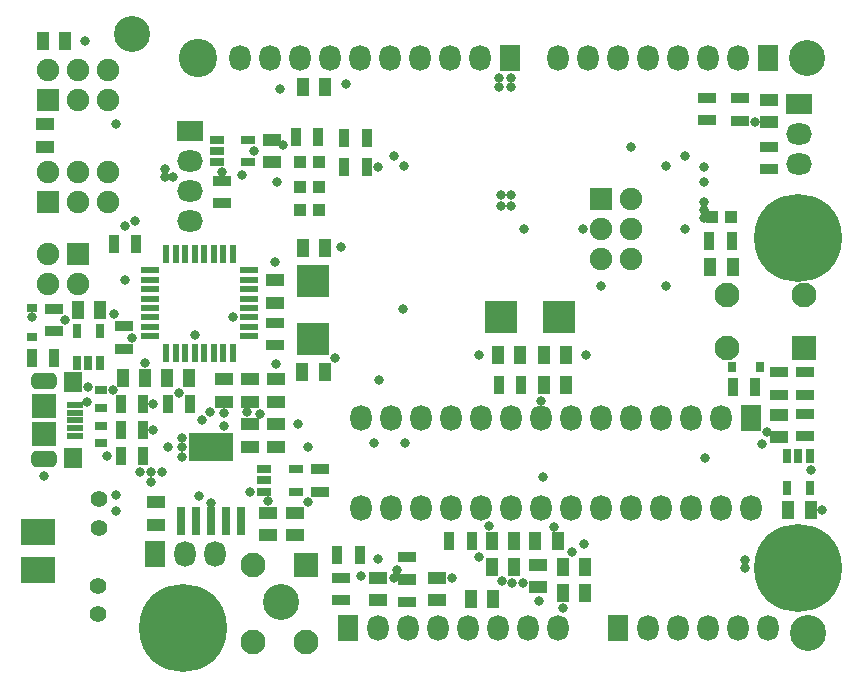
<source format=gts>
G04*
G04 #@! TF.GenerationSoftware,Altium Limited,Altium Designer,18.0.7 (293)*
G04*
G04 Layer_Color=8388736*
%FSLAX44Y44*%
%MOMM*%
G71*
G01*
G75*
%ADD34R,0.7500X1.2000*%
%ADD35R,3.7000X2.4000*%
%ADD36R,0.8000X2.4000*%
%ADD37R,2.7000X2.8000*%
%ADD38R,2.8000X2.7000*%
%ADD39R,1.2000X0.7500*%
%ADD40C,3.0480*%
%ADD41R,2.9000X2.2000*%
%ADD42R,1.0000X1.0000*%
%ADD43R,2.1000X2.1000*%
%ADD44R,1.4500X0.5000*%
%ADD45R,1.6000X1.8000*%
%ADD46R,0.6200X1.6200*%
%ADD47R,1.6200X0.6200*%
%ADD48R,0.8382X0.7112*%
%ADD49R,0.7112X0.8382*%
%ADD50R,1.5000X0.9000*%
%ADD51R,0.9000X1.5000*%
%ADD52R,1.1000X0.8000*%
%ADD53R,1.5000X1.1000*%
%ADD54R,1.1000X1.5000*%
%ADD55C,1.9000*%
%ADD56R,1.9000X1.9000*%
%ADD57C,3.2500*%
%ADD58O,1.8000X2.2000*%
%ADD59R,1.8000X2.2000*%
%ADD60C,7.4508*%
%ADD61R,1.9000X1.9000*%
%ADD62O,2.2000X1.8000*%
%ADD63R,2.2000X1.8000*%
%ADD64R,2.1000X2.1000*%
%ADD65C,2.1000*%
G04:AMPARAMS|DCode=66|XSize=2.2mm|YSize=1.4mm|CornerRadius=0.46mm|HoleSize=0mm|Usage=FLASHONLY|Rotation=0.000|XOffset=0mm|YOffset=0mm|HoleType=Round|Shape=RoundedRectangle|*
%AMROUNDEDRECTD66*
21,1,2.2000,0.4800,0,0,0.0*
21,1,1.2800,1.4000,0,0,0.0*
1,1,0.9200,0.6400,-0.2400*
1,1,0.9200,-0.6400,-0.2400*
1,1,0.9200,-0.6400,0.2400*
1,1,0.9200,0.6400,0.2400*
%
%ADD66ROUNDEDRECTD66*%
%ADD67C,1.4000*%
%ADD68C,0.8000*%
D34*
X69500Y276500D02*
D03*
X50500D02*
D03*
X69500Y249500D02*
D03*
X60000D02*
D03*
X50500D02*
D03*
X651500Y143500D02*
D03*
X670500D02*
D03*
X651500Y170500D02*
D03*
X661000D02*
D03*
X670500D02*
D03*
D35*
X164000Y178000D02*
D03*
D36*
X189400Y116000D02*
D03*
X176700D02*
D03*
X164000D02*
D03*
X151300D02*
D03*
X138600D02*
D03*
D37*
X458500Y288000D02*
D03*
X409500D02*
D03*
D38*
X250000Y270000D02*
D03*
Y319000D02*
D03*
D39*
X195500Y419500D02*
D03*
Y438500D02*
D03*
X168500Y419500D02*
D03*
Y429000D02*
D03*
Y438500D02*
D03*
X235500Y140500D02*
D03*
Y159500D02*
D03*
X208500Y140500D02*
D03*
Y150000D02*
D03*
Y159500D02*
D03*
D40*
X223000Y47000D02*
D03*
X97000Y528000D02*
D03*
X668000Y508000D02*
D03*
X669000Y21000D02*
D03*
D41*
X17000Y74000D02*
D03*
Y106000D02*
D03*
D42*
X604000Y373000D02*
D03*
X588000D02*
D03*
X255000Y420000D02*
D03*
X239000D02*
D03*
X255000Y398750D02*
D03*
X239000D02*
D03*
X255000Y378750D02*
D03*
X239000D02*
D03*
D43*
X22000Y213000D02*
D03*
Y189000D02*
D03*
X244500Y78500D02*
D03*
D44*
X48750Y214000D02*
D03*
Y207500D02*
D03*
Y201000D02*
D03*
Y194500D02*
D03*
Y188000D02*
D03*
D45*
X46500Y233000D02*
D03*
Y169000D02*
D03*
D46*
X182000Y258000D02*
D03*
X174000D02*
D03*
X166000D02*
D03*
X158000D02*
D03*
X150000D02*
D03*
X142000D02*
D03*
X134000D02*
D03*
X126000D02*
D03*
Y342000D02*
D03*
X134000D02*
D03*
X142000D02*
D03*
X150000D02*
D03*
X158000D02*
D03*
X166000D02*
D03*
X174000D02*
D03*
X182000D02*
D03*
D47*
X112000Y272000D02*
D03*
Y280000D02*
D03*
Y288000D02*
D03*
Y296000D02*
D03*
Y304000D02*
D03*
Y312000D02*
D03*
Y320000D02*
D03*
Y328000D02*
D03*
X196000D02*
D03*
Y320000D02*
D03*
Y312000D02*
D03*
Y304000D02*
D03*
Y296000D02*
D03*
Y288000D02*
D03*
Y280000D02*
D03*
Y272000D02*
D03*
D48*
X12000Y296192D02*
D03*
Y271808D02*
D03*
D49*
X604616Y246000D02*
D03*
X629000D02*
D03*
D50*
X173000Y403500D02*
D03*
Y384500D02*
D03*
X218000Y283500D02*
D03*
Y264500D02*
D03*
X612000Y473500D02*
D03*
Y454500D02*
D03*
X584000Y474000D02*
D03*
Y455000D02*
D03*
X636000Y432500D02*
D03*
Y413500D02*
D03*
X667000Y206500D02*
D03*
Y187500D02*
D03*
X31000Y295500D02*
D03*
Y276500D02*
D03*
X667000Y222500D02*
D03*
Y241500D02*
D03*
X274000Y48500D02*
D03*
Y67500D02*
D03*
X256000Y159500D02*
D03*
Y140500D02*
D03*
X645000Y222500D02*
D03*
Y241500D02*
D03*
X330000Y66500D02*
D03*
Y85500D02*
D03*
Y47000D02*
D03*
Y66000D02*
D03*
X90000Y261500D02*
D03*
Y280500D02*
D03*
D51*
X295500Y439750D02*
D03*
X276500D02*
D03*
X295500Y415750D02*
D03*
X276500D02*
D03*
X81500Y350000D02*
D03*
X100500D02*
D03*
X106500Y214500D02*
D03*
X87500D02*
D03*
X106500Y192500D02*
D03*
X87500D02*
D03*
X106500Y171000D02*
D03*
X87500D02*
D03*
X365500Y99000D02*
D03*
X384500D02*
D03*
X624500Y229000D02*
D03*
X605500D02*
D03*
X235500Y441000D02*
D03*
X254500D02*
D03*
X407500Y231000D02*
D03*
X426500D02*
D03*
X585500Y353000D02*
D03*
X604500D02*
D03*
X31000Y254000D02*
D03*
X12000D02*
D03*
X270500Y87000D02*
D03*
X289500D02*
D03*
X146250Y214500D02*
D03*
X127250D02*
D03*
D52*
X71000Y226500D02*
D03*
Y211500D02*
D03*
Y181500D02*
D03*
Y196500D02*
D03*
D53*
X197000Y216500D02*
D03*
Y235500D02*
D03*
X218000Y319500D02*
D03*
Y300500D02*
D03*
X175000Y216500D02*
D03*
Y235500D02*
D03*
X23000Y451500D02*
D03*
Y432500D02*
D03*
X636000Y453500D02*
D03*
Y472500D02*
D03*
X305000Y67500D02*
D03*
Y48500D02*
D03*
X355000Y67500D02*
D03*
Y48500D02*
D03*
X215000Y419500D02*
D03*
Y438500D02*
D03*
X219000Y197500D02*
D03*
Y178500D02*
D03*
X645000Y186500D02*
D03*
Y205500D02*
D03*
X235000Y122500D02*
D03*
Y103500D02*
D03*
X197000Y178500D02*
D03*
Y197500D02*
D03*
X441000Y59500D02*
D03*
Y78500D02*
D03*
X219000Y235500D02*
D03*
Y216500D02*
D03*
X117000Y131500D02*
D03*
Y112500D02*
D03*
X212000Y122500D02*
D03*
Y103500D02*
D03*
D54*
X126250Y236500D02*
D03*
X145250D02*
D03*
X260500Y347000D02*
D03*
X241500D02*
D03*
X260000Y242000D02*
D03*
X241000D02*
D03*
X402500Y50000D02*
D03*
X383500D02*
D03*
X40500Y522000D02*
D03*
X21500D02*
D03*
X445500Y231000D02*
D03*
X464500D02*
D03*
X401500Y99000D02*
D03*
X420500D02*
D03*
X457500D02*
D03*
X438500D02*
D03*
X406500Y256000D02*
D03*
X425500D02*
D03*
X464500D02*
D03*
X445500D02*
D03*
X671500Y125000D02*
D03*
X652500D02*
D03*
X70000Y294000D02*
D03*
X51000D02*
D03*
X108000Y236500D02*
D03*
X89000D02*
D03*
X461500Y55000D02*
D03*
X480500D02*
D03*
X461500Y77000D02*
D03*
X480500D02*
D03*
X260500Y483000D02*
D03*
X241500D02*
D03*
X401500Y77000D02*
D03*
X420500D02*
D03*
X605500Y331000D02*
D03*
X586500D02*
D03*
D55*
X519000Y337600D02*
D03*
Y363000D02*
D03*
Y388400D02*
D03*
X493600Y337600D02*
D03*
Y363000D02*
D03*
X76200Y497840D02*
D03*
X50800D02*
D03*
X25400D02*
D03*
X76200Y472440D02*
D03*
X50800D02*
D03*
X76200Y411480D02*
D03*
X50800D02*
D03*
X25400D02*
D03*
X76200Y386080D02*
D03*
X50800D02*
D03*
X25400Y342000D02*
D03*
X50800Y316600D02*
D03*
X25400D02*
D03*
D56*
X493600Y388400D02*
D03*
D57*
X152400Y508000D02*
D03*
D58*
X457200Y25400D02*
D03*
X431800D02*
D03*
X406400D02*
D03*
X381000D02*
D03*
X355600D02*
D03*
X330200D02*
D03*
X304800D02*
D03*
X457200Y508000D02*
D03*
X482600D02*
D03*
X508000D02*
D03*
X533400D02*
D03*
X558800D02*
D03*
X584200D02*
D03*
X609600D02*
D03*
X391160D02*
D03*
X365760D02*
D03*
X340360D02*
D03*
X314960D02*
D03*
X289560D02*
D03*
X264160D02*
D03*
X238760D02*
D03*
X213360D02*
D03*
X187960D02*
D03*
X609600Y25400D02*
D03*
X635000D02*
D03*
X584200D02*
D03*
X558800D02*
D03*
X533400D02*
D03*
X595250Y203200D02*
D03*
X569850D02*
D03*
X544450D02*
D03*
X519050D02*
D03*
X493650D02*
D03*
X468250D02*
D03*
X442850D02*
D03*
X417450D02*
D03*
X392050D02*
D03*
X366650D02*
D03*
X341250D02*
D03*
X315850D02*
D03*
X290450D02*
D03*
X620650Y127000D02*
D03*
X595250D02*
D03*
X569850D02*
D03*
X544450D02*
D03*
X519050D02*
D03*
X493650D02*
D03*
X468250D02*
D03*
X442850D02*
D03*
X417450D02*
D03*
X392050D02*
D03*
X366650D02*
D03*
X341250D02*
D03*
X315850D02*
D03*
X290450D02*
D03*
X167000Y88000D02*
D03*
X141600D02*
D03*
D59*
X279400Y25400D02*
D03*
X635000Y508000D02*
D03*
X416560D02*
D03*
X508000Y25400D02*
D03*
X620650Y203200D02*
D03*
X116200Y88000D02*
D03*
D60*
X139700Y25400D02*
D03*
X660400Y76200D02*
D03*
Y355600D02*
D03*
D61*
X25400Y472440D02*
D03*
Y386080D02*
D03*
X50800Y342000D02*
D03*
D62*
X146000Y369800D02*
D03*
Y395200D02*
D03*
Y420600D02*
D03*
X662000Y418200D02*
D03*
Y443600D02*
D03*
D63*
X146000Y446000D02*
D03*
X662000Y469000D02*
D03*
D64*
X665500Y261750D02*
D03*
D65*
X600500D02*
D03*
X665500Y306750D02*
D03*
X600500D02*
D03*
X244500Y13500D02*
D03*
X199500Y78500D02*
D03*
Y13500D02*
D03*
D66*
X22000Y234000D02*
D03*
Y168000D02*
D03*
D67*
X69000Y134000D02*
D03*
Y110000D02*
D03*
X68000Y37000D02*
D03*
Y61000D02*
D03*
D68*
X549000Y416000D02*
D03*
Y315000D02*
D03*
X565000Y425000D02*
D03*
Y363000D02*
D03*
X519000Y432000D02*
D03*
X493600Y314600D02*
D03*
X479000Y363000D02*
D03*
X429000D02*
D03*
X680750Y125000D02*
D03*
X671500Y159250D02*
D03*
X139000Y170000D02*
D03*
Y178000D02*
D03*
Y186000D02*
D03*
X113000Y149000D02*
D03*
X122000Y157000D02*
D03*
X113000D02*
D03*
X104000D02*
D03*
X127000Y178000D02*
D03*
X200000Y429000D02*
D03*
X83000Y452000D02*
D03*
X418000Y483000D02*
D03*
X408000D02*
D03*
X418000Y491000D02*
D03*
X408000D02*
D03*
X418000Y382000D02*
D03*
X409000D02*
D03*
Y392000D02*
D03*
X418000D02*
D03*
X269000Y254000D02*
D03*
X581000Y372000D02*
D03*
Y379000D02*
D03*
X419000Y63250D02*
D03*
X410000Y65000D02*
D03*
X428000Y63000D02*
D03*
X175000Y207000D02*
D03*
X164000Y131000D02*
D03*
X212000Y133000D02*
D03*
X581000Y386000D02*
D03*
X194000Y208000D02*
D03*
X75750Y171000D02*
D03*
X390250Y85500D02*
D03*
X246250Y131500D02*
D03*
X469750Y89250D02*
D03*
X196750Y140500D02*
D03*
X136750Y224000D02*
D03*
X80500Y226500D02*
D03*
X634750Y191250D02*
D03*
X81750Y290500D02*
D03*
X399000Y111750D02*
D03*
X442850Y216850D02*
D03*
X481250Y256000D02*
D03*
X391000D02*
D03*
X108000Y249250D02*
D03*
X150000Y273500D02*
D03*
X237000Y197500D02*
D03*
X219000Y248500D02*
D03*
X182500Y288000D02*
D03*
X218000Y334750D02*
D03*
X274000Y347250D02*
D03*
X190000Y408250D02*
D03*
X630500Y181250D02*
D03*
X453750Y110250D02*
D03*
X367750Y67500D02*
D03*
X305000Y83250D02*
D03*
X326000Y295000D02*
D03*
X306000Y235250D02*
D03*
X246000Y178000D02*
D03*
X616250Y83025D02*
D03*
X319000Y67000D02*
D03*
X321000Y74000D02*
D03*
X327000Y416000D02*
D03*
X319000Y425000D02*
D03*
X125000Y407000D02*
D03*
Y414000D02*
D03*
X156000Y201000D02*
D03*
X175000Y196000D02*
D03*
X154000Y137000D02*
D03*
X225000Y434000D02*
D03*
X205000Y206000D02*
D03*
X97250Y271000D02*
D03*
X219500Y402750D02*
D03*
X40250Y285750D02*
D03*
X173000Y410750D02*
D03*
X22000Y153750D02*
D03*
X59500Y229250D02*
D03*
X59000Y216250D02*
D03*
X57000Y522000D02*
D03*
X305000Y415750D02*
D03*
X131750Y407250D02*
D03*
X12000Y288750D02*
D03*
X290750Y69250D02*
D03*
X441250Y48000D02*
D03*
X461500Y42000D02*
D03*
X616250Y75750D02*
D03*
X91250Y320000D02*
D03*
Y365250D02*
D03*
X99750Y369750D02*
D03*
X479250Y96250D02*
D03*
X445250Y152500D02*
D03*
X83250Y124000D02*
D03*
Y137500D02*
D03*
X162500Y208125D02*
D03*
X114250Y214500D02*
D03*
X115000Y192500D02*
D03*
X278120Y485500D02*
D03*
X581000Y415750D02*
D03*
X581500Y402500D02*
D03*
X222000Y481750D02*
D03*
X582250Y169250D02*
D03*
X624500Y453500D02*
D03*
X327750Y181500D02*
D03*
X301750Y181350D02*
D03*
M02*

</source>
